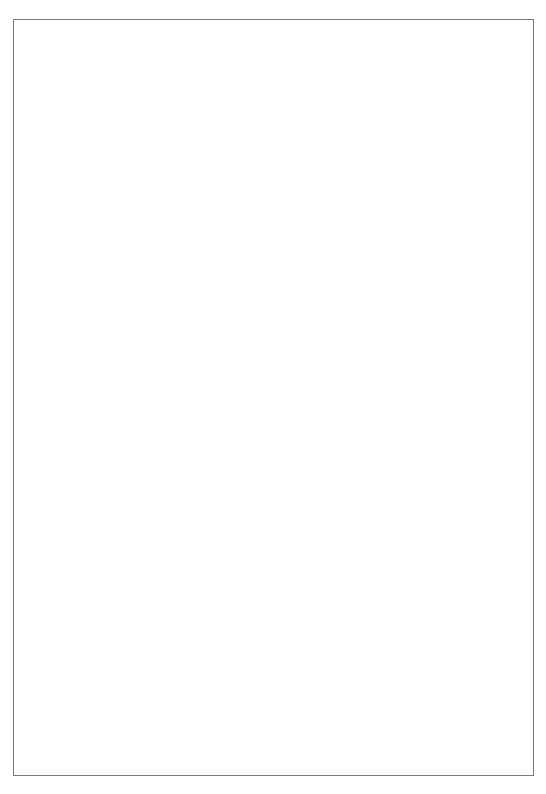
<source format=gm1>
%TF.GenerationSoftware,KiCad,Pcbnew,8.0.8*%
%TF.CreationDate,2025-02-13T16:18:16+00:00*%
%TF.ProjectId,ec30_4x6_jacplane_0.1,65633330-5f34-4783-965f-6a6163706c61,v0.1*%
%TF.SameCoordinates,PX8b3c880PY623a7c0*%
%TF.FileFunction,Profile,NP*%
%FSLAX46Y46*%
G04 Gerber Fmt 4.6, Leading zero omitted, Abs format (unit mm)*
G04 Created by KiCad (PCBNEW 8.0.8) date 2025-02-13 16:18:16*
%MOMM*%
%LPD*%
G01*
G04 APERTURE LIST*
%TA.AperFunction,Profile*%
%ADD10C,0.050000*%
%TD*%
G04 APERTURE END LIST*
D10*
X-22000000Y32000000D02*
X22000000Y32000000D01*
X22000000Y-32000000D01*
X-22000000Y-32000000D01*
X-22000000Y32000000D01*
M02*

</source>
